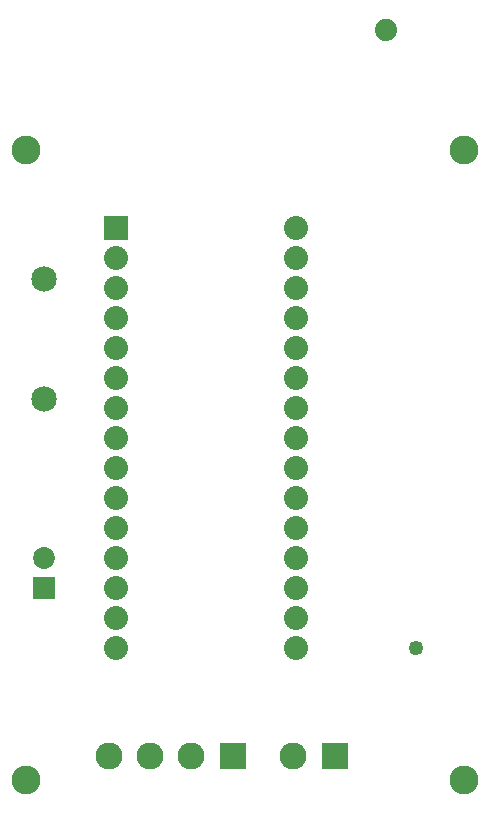
<source format=gts>
G04 MADE WITH FRITZING*
G04 WWW.FRITZING.ORG*
G04 DOUBLE SIDED*
G04 HOLES PLATED*
G04 CONTOUR ON CENTER OF CONTOUR VECTOR*
%ASAXBY*%
%FSLAX23Y23*%
%MOIN*%
%OFA0B0*%
%SFA1.0B1.0*%
%ADD10C,0.080000*%
%ADD11C,0.074000*%
%ADD12C,0.072992*%
%ADD13C,0.085000*%
%ADD14C,0.090000*%
%ADD15C,0.096614*%
%ADD16C,0.049370*%
%ADD17R,0.079972X0.080000*%
%ADD18R,0.074000X0.022000*%
%ADD19R,0.072992X0.072992*%
%ADD20R,0.090000X0.090000*%
%LNMASK1*%
G90*
G70*
G54D10*
X423Y1965D03*
X423Y1865D03*
X423Y1765D03*
X423Y1665D03*
X423Y1565D03*
X423Y1465D03*
X423Y1365D03*
X423Y1265D03*
X423Y1165D03*
X423Y1065D03*
X423Y965D03*
X423Y865D03*
X423Y765D03*
X423Y665D03*
X423Y565D03*
X1023Y1965D03*
X1023Y1865D03*
X1023Y1765D03*
X1023Y1665D03*
X1023Y1565D03*
X1023Y1465D03*
X1023Y1365D03*
X1023Y1265D03*
X1023Y1165D03*
X1023Y1065D03*
X1023Y965D03*
X1023Y865D03*
X1023Y765D03*
X1023Y665D03*
X1023Y565D03*
G54D11*
X1323Y2626D03*
X1323Y2626D03*
X1323Y2626D03*
X1323Y2626D03*
X1323Y2626D03*
X1323Y2626D03*
X1323Y2626D03*
X1323Y2626D03*
G54D12*
X184Y766D03*
X184Y865D03*
G54D13*
X184Y1398D03*
X184Y1798D03*
G54D14*
X1151Y205D03*
X1013Y205D03*
G54D15*
X1584Y126D03*
X1584Y2226D03*
X123Y126D03*
X123Y2226D03*
G54D14*
X812Y205D03*
X674Y205D03*
X536Y205D03*
X398Y205D03*
G54D16*
X1423Y565D03*
G54D17*
X423Y1965D03*
G54D18*
X1323Y2626D03*
G54D19*
X184Y766D03*
G54D20*
X1151Y205D03*
X812Y205D03*
G04 End of Mask1*
M02*
</source>
